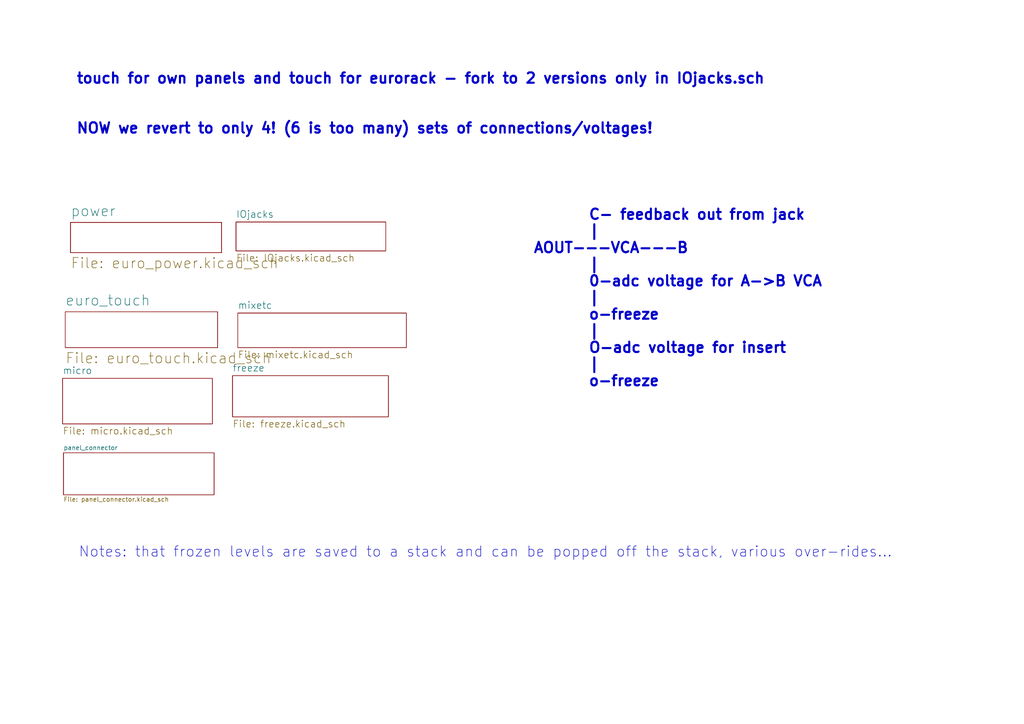
<source format=kicad_sch>
(kicad_sch (version 20211123) (generator eeschema)
  (paper "A4")
  (lib_symbols)
  (text "\nNotes: that frozen levels are saved to a stack and can be popped off the stack, various over-rides..." (at 22.733 161.925 0) (effects (font (size 2.9972 2.9972)) (justify left bottom)))
  (text "touch for own panels and touch for eurorack - fork to 2 versions only in IOjacks.sch\n\n\nNOW we revert to only 4! (6 is too many) sets of connections/voltages!" (at 21.971 39.116 0) (effects (font (size 2.9972 2.9972) (thickness 0.5994) bold) (justify left bottom)))
  (text "       C- feedback out from jack\n       |\nAOUT---VCA---B\n       |\n       0-adc voltage for A->B VCA\n       |\n       o-freeze\n       |\n       O-adc voltage for insert\n       |\n       o-freeze\n\n\n" (at 154.559 122.047 0) (effects (font (size 2.9972 2.9972) (thickness 0.5994) bold) (justify left bottom)))
  (sheet (at 20.447 64.516) (size 43.815 8.763)
    (property "Sheet name" "power" (at 20.447 62.9408 0) (effects (font (size 2.9972 2.9972)) (justify left bottom)))
    (property "Sheet file" "euro_power.kicad_sch" (at 20.447 74.5545 0) (effects (font (size 2.9972 2.9972)) (justify left top)))
  )
  (sheet (at 18.923 90.424) (size 44.196 10.414)
    (property "Sheet name" "euro_touch" (at 18.923 88.8488 0) (effects (font (size 2.9972 2.9972)) (justify left bottom)))
    (property "Sheet file" "euro_touch.kicad_sch" (at 18.923 102.1135 0) (effects (font (size 2.9972 2.9972)) (justify left top)))
  )
  (sheet (at 18.161 109.728) (size 43.434 13.208)
    (property "Sheet name" "micro" (at 18.161 108.6481 0) (effects (font (size 2.0066 2.0066)) (justify left bottom)))
    (property "Sheet file" "micro.kicad_sch" (at 18.161 123.8152 0) (effects (font (size 2.0066 2.0066)) (justify left top)))
  )
  (sheet (at 68.961 90.805) (size 48.895 10.033)
    (property "Sheet name" "mixetc" (at 68.961 89.7251 0) (effects (font (size 2.0066 2.0066)) (justify left bottom)))
    (property "Sheet file" "mixetc.kicad_sch" (at 68.961 101.7172 0) (effects (font (size 2.0066 2.0066)) (justify left top)))
  )
  (sheet (at 68.453 64.389) (size 43.434 8.382)
    (property "Sheet name" "IOjacks" (at 68.453 63.3091 0) (effects (font (size 2.0066 2.0066)) (justify left bottom)))
    (property "Sheet file" "IOjacks.kicad_sch" (at 68.453 73.6502 0) (effects (font (size 2.0066 2.0066)) (justify left top)))
  )
  (sheet (at 67.437 108.966) (size 45.212 11.938)
    (property "Sheet name" "freeze" (at 67.437 107.8861 0) (effects (font (size 2.0066 2.0066)) (justify left bottom)))
    (property "Sheet file" "freeze.kicad_sch" (at 67.437 121.7832 0) (effects (font (size 2.0066 2.0066)) (justify left top)))
  )
  (sheet (at 18.415 131.318) (size 43.688 12.192)
    (property "Sheet name" "panel_connector" (at 18.415 130.6064 0) (effects (justify left bottom)))
    (property "Sheet file" "panel_connector.kicad_sch" (at 18.415 144.0946 0) (effects (justify left top)))
  )
)
</source>
